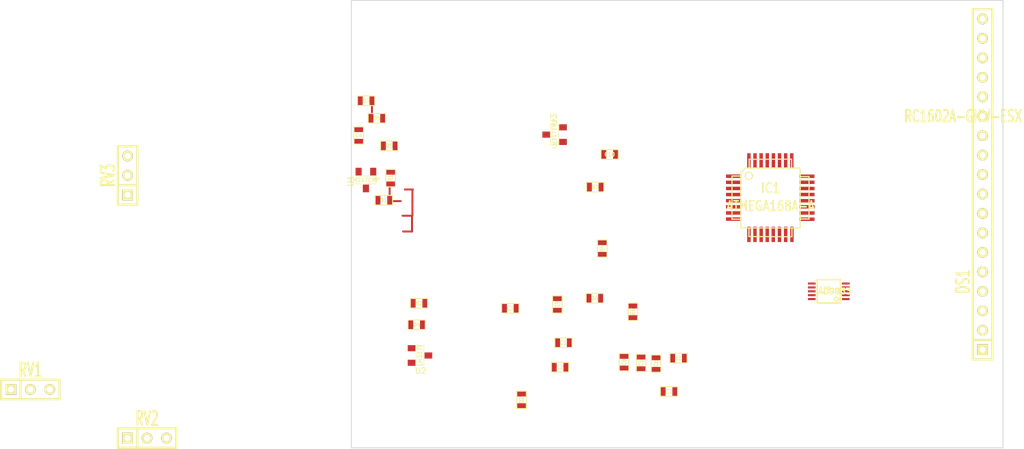
<source format=kicad_pcb>
(kicad_pcb (version 3) (host pcbnew "(2013-june-11)-stable")

  (general
    (links 78)
    (no_connects 76)
    (area 124.053599 72.123299 255.320001 131.216401)
    (thickness 1.6)
    (drawings 4)
    (tracks 16)
    (zones 0)
    (modules 32)
    (nets 22)
  )

  (page A3)
  (layers
    (15 F.Cu signal)
    (0 B.Cu signal)
    (16 B.Adhes user)
    (17 F.Adhes user)
    (18 B.Paste user)
    (19 F.Paste user)
    (20 B.SilkS user)
    (21 F.SilkS user)
    (22 B.Mask user)
    (23 F.Mask user)
    (24 Dwgs.User user)
    (25 Cmts.User user)
    (26 Eco1.User user)
    (27 Eco2.User user)
    (28 Edge.Cuts user)
  )

  (setup
    (last_trace_width 0.254)
    (trace_clearance 0.254)
    (zone_clearance 0.508)
    (zone_45_only no)
    (trace_min 0.254)
    (segment_width 0.2)
    (edge_width 0.1)
    (via_size 0.889)
    (via_drill 0.635)
    (via_min_size 0.889)
    (via_min_drill 0.508)
    (uvia_size 0.508)
    (uvia_drill 0.127)
    (uvias_allowed no)
    (uvia_min_size 0.508)
    (uvia_min_drill 0.127)
    (pcb_text_width 0.3)
    (pcb_text_size 1.5 1.5)
    (mod_edge_width 0.15)
    (mod_text_size 1 1)
    (mod_text_width 0.15)
    (pad_size 1.5 1.5)
    (pad_drill 0.6)
    (pad_to_mask_clearance 0)
    (aux_axis_origin 0 0)
    (visible_elements 7FFFFFFF)
    (pcbplotparams
      (layerselection 3178497)
      (usegerberextensions true)
      (excludeedgelayer true)
      (linewidth 0.150000)
      (plotframeref false)
      (viasonmask false)
      (mode 1)
      (useauxorigin false)
      (hpglpennumber 1)
      (hpglpenspeed 20)
      (hpglpendiameter 15)
      (hpglpenoverlay 2)
      (psnegative false)
      (psa4output false)
      (plotreference true)
      (plotvalue true)
      (plotothertext true)
      (plotinvisibletext false)
      (padsonsilk false)
      (subtractmaskfromsilk false)
      (outputformat 1)
      (mirror false)
      (drillshape 1)
      (scaleselection 1)
      (outputdirectory ""))
  )

  (net 0 "")
  (net 1 +12V)
  (net 2 +5VD)
  (net 3 -12V)
  (net 4 AGND)
  (net 5 FSYNC)
  (net 6 N-0000032)
  (net 7 N-0000033)
  (net 8 N-0000038)
  (net 9 N-0000039)
  (net 10 N-0000041)
  (net 11 N-0000043)
  (net 12 N-0000044)
  (net 13 N-000008)
  (net 14 PC0)
  (net 15 PC1)
  (net 16 PC2)
  (net 17 PC3)
  (net 18 PC4)
  (net 19 PC5)
  (net 20 SCLK)
  (net 21 SDATA)

  (net_class Default "This is the default net class."
    (clearance 0.254)
    (trace_width 0.254)
    (via_dia 0.889)
    (via_drill 0.635)
    (uvia_dia 0.508)
    (uvia_drill 0.127)
    (add_net "")
    (add_net +12V)
    (add_net +5VD)
    (add_net -12V)
    (add_net AGND)
    (add_net FSYNC)
    (add_net N-0000032)
    (add_net N-0000033)
    (add_net N-0000038)
    (add_net N-0000039)
    (add_net N-0000041)
    (add_net N-0000043)
    (add_net N-0000044)
    (add_net N-000008)
    (add_net PC0)
    (add_net PC1)
    (add_net PC2)
    (add_net PC3)
    (add_net PC4)
    (add_net PC5)
    (add_net SCLK)
    (add_net SDATA)
  )

  (module TQFP32 (layer F.Cu) (tedit 52D5C853) (tstamp 52D332D6)
    (at 224.917 98.171)
    (path /52D32EF8)
    (fp_text reference IC1 (at 0 -1.27) (layer F.SilkS)
      (effects (font (size 1.27 1.016) (thickness 0.2032)))
    )
    (fp_text value ATMEGA168A-A (at 0 1.0668) (layer F.SilkS)
      (effects (font (size 1.27 1.016) (thickness 0.2032)))
    )
    (fp_line (start 5.0292 2.7686) (end 3.8862 2.7686) (layer F.SilkS) (width 0.1524))
    (fp_line (start 5.0292 -2.7686) (end 3.9116 -2.7686) (layer F.SilkS) (width 0.1524))
    (fp_line (start 5.0292 2.7686) (end 5.0292 -2.7686) (layer F.SilkS) (width 0.1524))
    (fp_line (start 2.794 3.9624) (end 2.794 5.0546) (layer F.SilkS) (width 0.1524))
    (fp_line (start -2.8194 3.9878) (end -2.8194 5.0546) (layer F.SilkS) (width 0.1524))
    (fp_line (start -2.8448 5.0546) (end 2.794 5.08) (layer F.SilkS) (width 0.1524))
    (fp_line (start -2.794 -5.0292) (end 2.7178 -5.0546) (layer F.SilkS) (width 0.1524))
    (fp_line (start -3.8862 -3.2766) (end -3.8862 3.9116) (layer F.SilkS) (width 0.1524))
    (fp_line (start 2.7432 -5.0292) (end 2.7432 -3.9878) (layer F.SilkS) (width 0.1524))
    (fp_line (start -3.2512 -3.8862) (end 3.81 -3.8862) (layer F.SilkS) (width 0.1524))
    (fp_line (start 3.8608 3.937) (end 3.8608 -3.7846) (layer F.SilkS) (width 0.1524))
    (fp_line (start -3.8862 3.937) (end 3.7338 3.937) (layer F.SilkS) (width 0.1524))
    (fp_line (start -5.0292 -2.8448) (end -5.0292 2.794) (layer F.SilkS) (width 0.1524))
    (fp_line (start -5.0292 2.794) (end -3.8862 2.794) (layer F.SilkS) (width 0.1524))
    (fp_line (start -3.87604 -3.302) (end -3.29184 -3.8862) (layer F.SilkS) (width 0.1524))
    (fp_line (start -5.02412 -2.8448) (end -3.87604 -2.8448) (layer F.SilkS) (width 0.1524))
    (fp_line (start -2.794 -3.8862) (end -2.794 -5.03428) (layer F.SilkS) (width 0.1524))
    (fp_circle (center -2.83972 -2.86004) (end -2.43332 -2.60604) (layer F.SilkS) (width 0.1524))
    (pad 8 smd rect (at -4.81584 2.77622) (size 1.99898 0.44958)
      (layers F.Cu F.Paste F.Mask)
      (net 7 N-0000033)
    )
    (pad 7 smd rect (at -4.81584 1.97612) (size 1.99898 0.44958)
      (layers F.Cu F.Paste F.Mask)
      (net 6 N-0000032)
    )
    (pad 6 smd rect (at -4.81584 1.17602) (size 1.99898 0.44958)
      (layers F.Cu F.Paste F.Mask)
      (net 2 +5VD)
    )
    (pad 5 smd rect (at -4.81584 0.37592) (size 1.99898 0.44958)
      (layers F.Cu F.Paste F.Mask)
      (net 4 AGND)
    )
    (pad 4 smd rect (at -4.81584 -0.42418) (size 1.99898 0.44958)
      (layers F.Cu F.Paste F.Mask)
      (net 2 +5VD)
    )
    (pad 3 smd rect (at -4.81584 -1.22428) (size 1.99898 0.44958)
      (layers F.Cu F.Paste F.Mask)
      (net 4 AGND)
    )
    (pad 2 smd rect (at -4.81584 -2.02438) (size 1.99898 0.44958)
      (layers F.Cu F.Paste F.Mask)
    )
    (pad 1 smd rect (at -4.81584 -2.82448) (size 1.99898 0.44958)
      (layers F.Cu F.Paste F.Mask)
    )
    (pad 24 smd rect (at 4.7498 -2.8194) (size 1.99898 0.44958)
      (layers F.Cu F.Paste F.Mask)
      (net 15 PC1)
    )
    (pad 17 smd rect (at 4.7498 2.794) (size 1.99898 0.44958)
      (layers F.Cu F.Paste F.Mask)
      (net 20 SCLK)
    )
    (pad 18 smd rect (at 4.7498 1.9812) (size 1.99898 0.44958)
      (layers F.Cu F.Paste F.Mask)
      (net 2 +5VD)
    )
    (pad 19 smd rect (at 4.7498 1.1684) (size 1.99898 0.44958)
      (layers F.Cu F.Paste F.Mask)
    )
    (pad 20 smd rect (at 4.7498 0.381) (size 1.99898 0.44958)
      (layers F.Cu F.Paste F.Mask)
    )
    (pad 21 smd rect (at 4.7498 -0.4318) (size 1.99898 0.44958)
      (layers F.Cu F.Paste F.Mask)
      (net 4 AGND)
    )
    (pad 22 smd rect (at 4.7498 -1.2192) (size 1.99898 0.44958)
      (layers F.Cu F.Paste F.Mask)
    )
    (pad 23 smd rect (at 4.7498 -2.032) (size 1.99898 0.44958)
      (layers F.Cu F.Paste F.Mask)
      (net 14 PC0)
    )
    (pad 32 smd rect (at -2.82448 -4.826) (size 0.44958 1.99898)
      (layers F.Cu F.Paste F.Mask)
    )
    (pad 31 smd rect (at -2.02692 -4.826) (size 0.44958 1.99898)
      (layers F.Cu F.Paste F.Mask)
    )
    (pad 30 smd rect (at -1.22428 -4.826) (size 0.44958 1.99898)
      (layers F.Cu F.Paste F.Mask)
    )
    (pad 29 smd rect (at -0.42672 -4.826) (size 0.44958 1.99898)
      (layers F.Cu F.Paste F.Mask)
    )
    (pad 28 smd rect (at 0.37592 -4.826) (size 0.44958 1.99898)
      (layers F.Cu F.Paste F.Mask)
      (net 19 PC5)
    )
    (pad 27 smd rect (at 1.17348 -4.826) (size 0.44958 1.99898)
      (layers F.Cu F.Paste F.Mask)
      (net 18 PC4)
    )
    (pad 26 smd rect (at 1.97612 -4.826) (size 0.44958 1.99898)
      (layers F.Cu F.Paste F.Mask)
      (net 17 PC3)
    )
    (pad 25 smd rect (at 2.77368 -4.826) (size 0.44958 1.99898)
      (layers F.Cu F.Paste F.Mask)
      (net 16 PC2)
    )
    (pad 9 smd rect (at -2.8194 4.7752) (size 0.44958 1.99898)
      (layers F.Cu F.Paste F.Mask)
    )
    (pad 10 smd rect (at -2.032 4.7752) (size 0.44958 1.99898)
      (layers F.Cu F.Paste F.Mask)
    )
    (pad 11 smd rect (at -1.2192 4.7752) (size 0.44958 1.99898)
      (layers F.Cu F.Paste F.Mask)
    )
    (pad 12 smd rect (at -0.4318 4.7752) (size 0.44958 1.99898)
      (layers F.Cu F.Paste F.Mask)
    )
    (pad 13 smd rect (at 0.3556 4.7752) (size 0.44958 1.99898)
      (layers F.Cu F.Paste F.Mask)
    )
    (pad 14 smd rect (at 1.1684 4.7752) (size 0.44958 1.99898)
      (layers F.Cu F.Paste F.Mask)
    )
    (pad 15 smd rect (at 1.9812 4.7752) (size 0.44958 1.99898)
      (layers F.Cu F.Paste F.Mask)
      (net 5 FSYNC)
    )
    (pad 16 smd rect (at 2.794 4.7752) (size 0.44958 1.99898)
      (layers F.Cu F.Paste F.Mask)
      (net 21 SDATA)
    )
    (model smd/tqfp32.wrl
      (at (xyz 0 0 0))
      (scale (xyz 1 1 1))
      (rotate (xyz 0 0 0))
    )
  )

  (module SM0603 (layer F.Cu) (tedit 533B79DD) (tstamp 52D33346)
    (at 197.08876 112.09528 90)
    (path /52D30B1E)
    (attr smd)
    (fp_text reference C9 (at 0 0 90) (layer F.SilkS)
      (effects (font (size 0.508 0.4572) (thickness 0.1143)))
    )
    (fp_text value 0.01uF (at 0.01778 -1.21158 90) (layer F.SilkS) hide
      (effects (font (size 0.508 0.4572) (thickness 0.1143)))
    )
    (fp_line (start -1.143 -0.635) (end 1.143 -0.635) (layer F.SilkS) (width 0.127))
    (fp_line (start 1.143 -0.635) (end 1.143 0.635) (layer F.SilkS) (width 0.127))
    (fp_line (start 1.143 0.635) (end -1.143 0.635) (layer F.SilkS) (width 0.127))
    (fp_line (start -1.143 0.635) (end -1.143 -0.635) (layer F.SilkS) (width 0.127))
    (pad 1 smd rect (at -0.762 0 90) (size 0.635 1.143)
      (layers F.Cu F.Paste F.Mask)
      (net 4 AGND)
    )
    (pad 2 smd rect (at 0.762 0 90) (size 0.635 1.143)
      (layers F.Cu F.Paste F.Mask)
      (net 2 +5VD)
    )
    (model smd\resistors\R0603.wrl
      (at (xyz 0 0 0.001))
      (scale (xyz 0.5 0.5 0.5))
      (rotate (xyz 0 0 0))
    )
  )

  (module SM0603 (layer F.Cu) (tedit 4E43A3D1) (tstamp 52D33350)
    (at 172.1104 85.4964)
    (path /528704D9)
    (attr smd)
    (fp_text reference D3 (at 0 0) (layer F.SilkS)
      (effects (font (size 0.508 0.4572) (thickness 0.1143)))
    )
    (fp_text value DIODE (at 0 0) (layer F.SilkS) hide
      (effects (font (size 0.508 0.4572) (thickness 0.1143)))
    )
    (fp_line (start -1.143 -0.635) (end 1.143 -0.635) (layer F.SilkS) (width 0.127))
    (fp_line (start 1.143 -0.635) (end 1.143 0.635) (layer F.SilkS) (width 0.127))
    (fp_line (start 1.143 0.635) (end -1.143 0.635) (layer F.SilkS) (width 0.127))
    (fp_line (start -1.143 0.635) (end -1.143 -0.635) (layer F.SilkS) (width 0.127))
    (pad 1 smd rect (at -0.762 0) (size 0.635 1.143)
      (layers F.Cu F.Paste F.Mask)
      (net 12 N-0000044)
    )
    (pad 2 smd rect (at 0.762 0) (size 0.635 1.143)
      (layers F.Cu F.Paste F.Mask)
      (net 1 +12V)
    )
    (model smd\resistors\R0603.wrl
      (at (xyz 0 0 0.001))
      (scale (xyz 0.5 0.5 0.5))
      (rotate (xyz 0 0 0))
    )
  )

  (module SM0603 (layer F.Cu) (tedit 4E43A3D1) (tstamp 52D3335A)
    (at 201.9681 111.27994)
    (path /528704E8)
    (attr smd)
    (fp_text reference D6 (at 0 0) (layer F.SilkS)
      (effects (font (size 0.508 0.4572) (thickness 0.1143)))
    )
    (fp_text value DIODE (at 0 0) (layer F.SilkS) hide
      (effects (font (size 0.508 0.4572) (thickness 0.1143)))
    )
    (fp_line (start -1.143 -0.635) (end 1.143 -0.635) (layer F.SilkS) (width 0.127))
    (fp_line (start 1.143 -0.635) (end 1.143 0.635) (layer F.SilkS) (width 0.127))
    (fp_line (start 1.143 0.635) (end -1.143 0.635) (layer F.SilkS) (width 0.127))
    (fp_line (start -1.143 0.635) (end -1.143 -0.635) (layer F.SilkS) (width 0.127))
    (pad 1 smd rect (at -0.762 0) (size 0.635 1.143)
      (layers F.Cu F.Paste F.Mask)
      (net 11 N-0000043)
    )
    (pad 2 smd rect (at 0.762 0) (size 0.635 1.143)
      (layers F.Cu F.Paste F.Mask)
      (net 2 +5VD)
    )
    (model smd\resistors\R0603.wrl
      (at (xyz 0 0 0.001))
      (scale (xyz 0.5 0.5 0.5))
      (rotate (xyz 0 0 0))
    )
  )

  (module SM0603 (layer F.Cu) (tedit 52D5CAB7) (tstamp 52D33364)
    (at 173.5074 87.7824 180)
    (path /52870908)
    (attr smd)
    (fp_text reference D5 (at 0 0 180) (layer F.SilkS)
      (effects (font (size 0.508 0.4572) (thickness 0.1143)))
    )
    (fp_text value DIODE (at -0.1524 -0.0254 180) (layer F.SilkS) hide
      (effects (font (size 0.508 0.4572) (thickness 0.1143)))
    )
    (fp_line (start -1.143 -0.635) (end 1.143 -0.635) (layer F.SilkS) (width 0.127))
    (fp_line (start 1.143 -0.635) (end 1.143 0.635) (layer F.SilkS) (width 0.127))
    (fp_line (start 1.143 0.635) (end -1.143 0.635) (layer F.SilkS) (width 0.127))
    (fp_line (start -1.143 0.635) (end -1.143 -0.635) (layer F.SilkS) (width 0.127))
    (pad 1 smd rect (at -0.762 0 180) (size 0.635 1.143)
      (layers F.Cu F.Paste F.Mask)
      (net 2 +5VD)
    )
    (pad 2 smd rect (at 0.762 0 180) (size 0.635 1.143)
      (layers F.Cu F.Paste F.Mask)
      (net 1 +12V)
    )
    (model smd\resistors\R0603.wrl
      (at (xyz 0 0 0.001))
      (scale (xyz 0.5 0.5 0.5))
      (rotate (xyz 0 0 0))
    )
  )

  (module SM0603 (layer F.Cu) (tedit 52D48239) (tstamp 52D3336E)
    (at 192.405 124.55144 90)
    (path /5287090E)
    (attr smd)
    (fp_text reference D2 (at 0 0 90) (layer F.SilkS)
      (effects (font (size 0.508 0.4572) (thickness 0.1143)))
    )
    (fp_text value DIODE (at 0 0 90) (layer F.SilkS) hide
      (effects (font (size 0.508 0.4572) (thickness 0.1143)))
    )
    (fp_line (start -1.143 -0.635) (end 1.143 -0.635) (layer F.SilkS) (width 0.127))
    (fp_line (start 1.143 -0.635) (end 1.143 0.635) (layer F.SilkS) (width 0.127))
    (fp_line (start 1.143 0.635) (end -1.143 0.635) (layer F.SilkS) (width 0.127))
    (fp_line (start -1.143 0.635) (end -1.143 -0.635) (layer F.SilkS) (width 0.127))
    (pad 1 smd rect (at -0.762 0 90) (size 0.635 1.143)
      (layers F.Cu F.Paste F.Mask)
    )
    (pad 2 smd rect (at 0.762 0 90) (size 0.635 1.143)
      (layers F.Cu F.Paste F.Mask)
    )
    (model smd\resistors\R0603.wrl
      (at (xyz 0 0 0.001))
      (scale (xyz 0.5 0.5 0.5))
      (rotate (xyz 0 0 0))
    )
  )

  (module SM0603 (layer F.Cu) (tedit 52D3655E) (tstamp 52D33378)
    (at 179.01666 111.94288)
    (path /52870914)
    (attr smd)
    (fp_text reference R2 (at 0 0) (layer F.SilkS)
      (effects (font (size 0.508 0.4572) (thickness 0.1143)))
    )
    (fp_text value R (at 0 0) (layer F.SilkS) hide
      (effects (font (size 0.508 0.4572) (thickness 0.1143)))
    )
    (fp_line (start -1.143 -0.635) (end 1.143 -0.635) (layer F.SilkS) (width 0.127))
    (fp_line (start 1.143 -0.635) (end 1.143 0.635) (layer F.SilkS) (width 0.127))
    (fp_line (start 1.143 0.635) (end -1.143 0.635) (layer F.SilkS) (width 0.127))
    (fp_line (start -1.143 0.635) (end -1.143 -0.635) (layer F.SilkS) (width 0.127))
    (pad 1 smd rect (at -0.762 0) (size 0.635 1.143)
      (layers F.Cu F.Paste F.Mask)
      (net 10 N-0000041)
    )
    (pad 2 smd rect (at 0.762 0) (size 0.635 1.143)
      (layers F.Cu F.Paste F.Mask)
      (net 3 -12V)
    )
    (model smd\resistors\R0603.wrl
      (at (xyz 0 0 0.001))
      (scale (xyz 0.5 0.5 0.5))
      (rotate (xyz 0 0 0))
    )
  )

  (module SM0603 (layer F.Cu) (tedit 52D5CCA4) (tstamp 52D33382)
    (at 203.9112 92.5068 180)
    (path /52D308F7)
    (attr smd)
    (fp_text reference C10 (at 0 0 180) (layer F.SilkS)
      (effects (font (size 0.508 0.4572) (thickness 0.1143)))
    )
    (fp_text value 0.01uF (at 0.1778 0 180) (layer F.SilkS) hide
      (effects (font (size 0.508 0.4572) (thickness 0.1143)))
    )
    (fp_line (start -1.143 -0.635) (end 1.143 -0.635) (layer F.SilkS) (width 0.127))
    (fp_line (start 1.143 -0.635) (end 1.143 0.635) (layer F.SilkS) (width 0.127))
    (fp_line (start 1.143 0.635) (end -1.143 0.635) (layer F.SilkS) (width 0.127))
    (fp_line (start -1.143 0.635) (end -1.143 -0.635) (layer F.SilkS) (width 0.127))
    (pad 1 smd rect (at -0.762 0 180) (size 0.635 1.143)
      (layers F.Cu F.Paste F.Mask)
      (net 13 N-000008)
    )
    (pad 2 smd rect (at 0.762 0 180) (size 0.635 1.143)
      (layers F.Cu F.Paste F.Mask)
      (net 2 +5VD)
    )
    (model smd\resistors\R0603.wrl
      (at (xyz 0 0 0.001))
      (scale (xyz 0.5 0.5 0.5))
      (rotate (xyz 0 0 0))
    )
  )

  (module SM0603 (layer F.Cu) (tedit 4E43A3D1) (tstamp 52D3338C)
    (at 202.0316 96.76384 180)
    (path /528702DF)
    (attr smd)
    (fp_text reference R3 (at 0 0 180) (layer F.SilkS)
      (effects (font (size 0.508 0.4572) (thickness 0.1143)))
    )
    (fp_text value R (at 0 0 180) (layer F.SilkS) hide
      (effects (font (size 0.508 0.4572) (thickness 0.1143)))
    )
    (fp_line (start -1.143 -0.635) (end 1.143 -0.635) (layer F.SilkS) (width 0.127))
    (fp_line (start 1.143 -0.635) (end 1.143 0.635) (layer F.SilkS) (width 0.127))
    (fp_line (start 1.143 0.635) (end -1.143 0.635) (layer F.SilkS) (width 0.127))
    (fp_line (start -1.143 0.635) (end -1.143 -0.635) (layer F.SilkS) (width 0.127))
    (pad 1 smd rect (at -0.762 0 180) (size 0.635 1.143)
      (layers F.Cu F.Paste F.Mask)
      (net 2 +5VD)
    )
    (pad 2 smd rect (at 0.762 0 180) (size 0.635 1.143)
      (layers F.Cu F.Paste F.Mask)
      (net 11 N-0000043)
    )
    (model smd\resistors\R0603.wrl
      (at (xyz 0 0 0.001))
      (scale (xyz 0.5 0.5 0.5))
      (rotate (xyz 0 0 0))
    )
  )

  (module SM0603 (layer F.Cu) (tedit 52D481F9) (tstamp 52D33396)
    (at 205.7908 119.63654 90)
    (path /52D30BA8)
    (attr smd)
    (fp_text reference C8 (at 0 0 90) (layer F.SilkS)
      (effects (font (size 0.508 0.4572) (thickness 0.1143)))
    )
    (fp_text value 0.01uF (at 0 0 90) (layer F.SilkS) hide
      (effects (font (size 0.508 0.4572) (thickness 0.1143)))
    )
    (fp_line (start -1.143 -0.635) (end 1.143 -0.635) (layer F.SilkS) (width 0.127))
    (fp_line (start 1.143 -0.635) (end 1.143 0.635) (layer F.SilkS) (width 0.127))
    (fp_line (start 1.143 0.635) (end -1.143 0.635) (layer F.SilkS) (width 0.127))
    (fp_line (start -1.143 0.635) (end -1.143 -0.635) (layer F.SilkS) (width 0.127))
    (pad 1 smd rect (at -0.762 0 90) (size 0.635 1.143)
      (layers F.Cu F.Paste F.Mask)
      (net 4 AGND)
    )
    (pad 2 smd rect (at 0.762 0 90) (size 0.635 1.143)
      (layers F.Cu F.Paste F.Mask)
      (net 2 +5VD)
    )
    (model smd\resistors\R0603.wrl
      (at (xyz 0 0 0.001))
      (scale (xyz 0.5 0.5 0.5))
      (rotate (xyz 0 0 0))
    )
  )

  (module SM0603 (layer F.Cu) (tedit 4E43A3D1) (tstamp 52D333A0)
    (at 206.9465 113.05794 270)
    (path /52D335F5)
    (attr smd)
    (fp_text reference R6 (at 0 0 270) (layer F.SilkS)
      (effects (font (size 0.508 0.4572) (thickness 0.1143)))
    )
    (fp_text value R (at 0 0 270) (layer F.SilkS) hide
      (effects (font (size 0.508 0.4572) (thickness 0.1143)))
    )
    (fp_line (start -1.143 -0.635) (end 1.143 -0.635) (layer F.SilkS) (width 0.127))
    (fp_line (start 1.143 -0.635) (end 1.143 0.635) (layer F.SilkS) (width 0.127))
    (fp_line (start 1.143 0.635) (end -1.143 0.635) (layer F.SilkS) (width 0.127))
    (fp_line (start -1.143 0.635) (end -1.143 -0.635) (layer F.SilkS) (width 0.127))
    (pad 1 smd rect (at -0.762 0 270) (size 0.635 1.143)
      (layers F.Cu F.Paste F.Mask)
      (net 2 +5VD)
    )
    (pad 2 smd rect (at 0.762 0 270) (size 0.635 1.143)
      (layers F.Cu F.Paste F.Mask)
      (net 5 FSYNC)
    )
    (model smd\resistors\R0603.wrl
      (at (xyz 0 0 0.001))
      (scale (xyz 0.5 0.5 0.5))
      (rotate (xyz 0 0 0))
    )
  )

  (module SM0603 (layer F.Cu) (tedit 4E43A3D1) (tstamp 52D333AA)
    (at 175.133 91.3892)
    (path /52D335FB)
    (attr smd)
    (fp_text reference R5 (at 0 0) (layer F.SilkS)
      (effects (font (size 0.508 0.4572) (thickness 0.1143)))
    )
    (fp_text value R (at 0 0) (layer F.SilkS) hide
      (effects (font (size 0.508 0.4572) (thickness 0.1143)))
    )
    (fp_line (start -1.143 -0.635) (end 1.143 -0.635) (layer F.SilkS) (width 0.127))
    (fp_line (start 1.143 -0.635) (end 1.143 0.635) (layer F.SilkS) (width 0.127))
    (fp_line (start 1.143 0.635) (end -1.143 0.635) (layer F.SilkS) (width 0.127))
    (fp_line (start -1.143 0.635) (end -1.143 -0.635) (layer F.SilkS) (width 0.127))
    (pad 1 smd rect (at -0.762 0) (size 0.635 1.143)
      (layers F.Cu F.Paste F.Mask)
      (net 2 +5VD)
    )
    (pad 2 smd rect (at 0.762 0) (size 0.635 1.143)
      (layers F.Cu F.Paste F.Mask)
      (net 21 SDATA)
    )
    (model smd\resistors\R0603.wrl
      (at (xyz 0 0 0.001))
      (scale (xyz 0.5 0.5 0.5))
      (rotate (xyz 0 0 0))
    )
  )

  (module SM0603 (layer F.Cu) (tedit 52D33637) (tstamp 52D333B4)
    (at 202.946 104.79024 90)
    (path /52D33601)
    (attr smd)
    (fp_text reference R4 (at 0 0 90) (layer F.SilkS)
      (effects (font (size 0.508 0.4572) (thickness 0.1143)))
    )
    (fp_text value R (at 0 0 90) (layer F.SilkS) hide
      (effects (font (size 0.508 0.4572) (thickness 0.1143)))
    )
    (fp_line (start -1.143 -0.635) (end 1.143 -0.635) (layer F.SilkS) (width 0.127))
    (fp_line (start 1.143 -0.635) (end 1.143 0.635) (layer F.SilkS) (width 0.127))
    (fp_line (start 1.143 0.635) (end -1.143 0.635) (layer F.SilkS) (width 0.127))
    (fp_line (start -1.143 0.635) (end -1.143 -0.635) (layer F.SilkS) (width 0.127))
    (pad 1 smd rect (at -0.762 0 90) (size 0.635 1.143)
      (layers F.Cu F.Paste F.Mask)
      (net 2 +5VD)
    )
    (pad 2 smd rect (at 0.762 0 90) (size 0.635 1.143)
      (layers F.Cu F.Paste F.Mask)
      (net 20 SCLK)
    )
    (model smd\resistors\R0603.wrl
      (at (xyz 0 0 0.001))
      (scale (xyz 0.5 0.5 0.5))
      (rotate (xyz 0 0 0))
    )
  )

  (module SM0603 (layer F.Cu) (tedit 52D36230) (tstamp 52D333BE)
    (at 178.70424 114.74704 180)
    (path /528704C5)
    (attr smd)
    (fp_text reference D4 (at 0 0 180) (layer F.SilkS)
      (effects (font (size 0.508 0.4572) (thickness 0.1143)))
    )
    (fp_text value DIODE (at 0 0 180) (layer F.SilkS) hide
      (effects (font (size 0.508 0.4572) (thickness 0.1143)))
    )
    (fp_line (start -1.143 -0.635) (end 1.143 -0.635) (layer F.SilkS) (width 0.127))
    (fp_line (start 1.143 -0.635) (end 1.143 0.635) (layer F.SilkS) (width 0.127))
    (fp_line (start 1.143 0.635) (end -1.143 0.635) (layer F.SilkS) (width 0.127))
    (fp_line (start -1.143 0.635) (end -1.143 -0.635) (layer F.SilkS) (width 0.127))
    (pad 1 smd rect (at -0.762 0 180) (size 0.635 1.143)
      (layers F.Cu F.Paste F.Mask)
      (net 3 -12V)
    )
    (pad 2 smd rect (at 0.762 0 180) (size 0.635 1.143)
      (layers F.Cu F.Paste F.Mask)
      (net 10 N-0000041)
    )
    (model smd\resistors\R0603.wrl
      (at (xyz 0 0 0.001))
      (scale (xyz 0.5 0.5 0.5))
      (rotate (xyz 0 0 0))
    )
  )

  (module SM0603 (layer F.Cu) (tedit 52D5C9A5) (tstamp 52D333C8)
    (at 174.4218 98.4885 180)
    (path /528704B6)
    (attr smd)
    (fp_text reference D1 (at 0 0 180) (layer F.SilkS)
      (effects (font (size 0.508 0.4572) (thickness 0.1143)))
    )
    (fp_text value DIODE (at -0.0762 -0.0762 180) (layer F.SilkS) hide
      (effects (font (size 0.508 0.4572) (thickness 0.1143)))
    )
    (fp_line (start -1.143 -0.635) (end 1.143 -0.635) (layer F.SilkS) (width 0.127))
    (fp_line (start 1.143 -0.635) (end 1.143 0.635) (layer F.SilkS) (width 0.127))
    (fp_line (start 1.143 0.635) (end -1.143 0.635) (layer F.SilkS) (width 0.127))
    (fp_line (start -1.143 0.635) (end -1.143 -0.635) (layer F.SilkS) (width 0.127))
    (pad 1 smd rect (at -0.762 0 180) (size 0.635 1.143)
      (layers F.Cu F.Paste F.Mask)
      (net 1 +12V)
    )
    (pad 2 smd rect (at 0.762 0 180) (size 0.635 1.143)
      (layers F.Cu F.Paste F.Mask)
      (net 9 N-0000039)
    )
    (model smd\resistors\R0603.wrl
      (at (xyz 0 0 0.001))
      (scale (xyz 0.5 0.5 0.5))
      (rotate (xyz 0 0 0))
    )
  )

  (module SM0603 (layer F.Cu) (tedit 52D33628) (tstamp 52D333D2)
    (at 175.3108 95.5929 90)
    (path /52870284)
    (attr smd)
    (fp_text reference R1 (at 0 0 90) (layer F.SilkS)
      (effects (font (size 0.508 0.4572) (thickness 0.1143)))
    )
    (fp_text value R (at 0 0 90) (layer F.SilkS) hide
      (effects (font (size 0.508 0.4572) (thickness 0.1143)))
    )
    (fp_line (start -1.143 -0.635) (end 1.143 -0.635) (layer F.SilkS) (width 0.127))
    (fp_line (start 1.143 -0.635) (end 1.143 0.635) (layer F.SilkS) (width 0.127))
    (fp_line (start 1.143 0.635) (end -1.143 0.635) (layer F.SilkS) (width 0.127))
    (fp_line (start -1.143 0.635) (end -1.143 -0.635) (layer F.SilkS) (width 0.127))
    (pad 1 smd rect (at -0.762 0 90) (size 0.635 1.143)
      (layers F.Cu F.Paste F.Mask)
      (net 1 +12V)
    )
    (pad 2 smd rect (at 0.762 0 90) (size 0.635 1.143)
      (layers F.Cu F.Paste F.Mask)
      (net 12 N-0000044)
    )
    (model smd\resistors\R0603.wrl
      (at (xyz 0 0 0.001))
      (scale (xyz 0.5 0.5 0.5))
      (rotate (xyz 0 0 0))
    )
  )

  (module SM0603 (layer F.Cu) (tedit 4E43A3D1) (tstamp 52D333DC)
    (at 208.0133 119.72544 270)
    (path /52868823)
    (attr smd)
    (fp_text reference C5 (at 0 0 270) (layer F.SilkS)
      (effects (font (size 0.508 0.4572) (thickness 0.1143)))
    )
    (fp_text value CP1 (at 0 0 270) (layer F.SilkS) hide
      (effects (font (size 0.508 0.4572) (thickness 0.1143)))
    )
    (fp_line (start -1.143 -0.635) (end 1.143 -0.635) (layer F.SilkS) (width 0.127))
    (fp_line (start 1.143 -0.635) (end 1.143 0.635) (layer F.SilkS) (width 0.127))
    (fp_line (start 1.143 0.635) (end -1.143 0.635) (layer F.SilkS) (width 0.127))
    (fp_line (start -1.143 0.635) (end -1.143 -0.635) (layer F.SilkS) (width 0.127))
    (pad 1 smd rect (at -0.762 0 270) (size 0.635 1.143)
      (layers F.Cu F.Paste F.Mask)
      (net 2 +5VD)
    )
    (pad 2 smd rect (at 0.762 0 270) (size 0.635 1.143)
      (layers F.Cu F.Paste F.Mask)
      (net 4 AGND)
    )
    (model smd\resistors\R0603.wrl
      (at (xyz 0 0 0.001))
      (scale (xyz 0.5 0.5 0.5))
      (rotate (xyz 0 0 0))
    )
  )

  (module SM0603 (layer F.Cu) (tedit 4E43A3D1) (tstamp 52D333E6)
    (at 190.94196 112.5982 180)
    (path /52868814)
    (attr smd)
    (fp_text reference C3 (at 0 0 180) (layer F.SilkS)
      (effects (font (size 0.508 0.4572) (thickness 0.1143)))
    )
    (fp_text value CP1 (at 0 0 180) (layer F.SilkS) hide
      (effects (font (size 0.508 0.4572) (thickness 0.1143)))
    )
    (fp_line (start -1.143 -0.635) (end 1.143 -0.635) (layer F.SilkS) (width 0.127))
    (fp_line (start 1.143 -0.635) (end 1.143 0.635) (layer F.SilkS) (width 0.127))
    (fp_line (start 1.143 0.635) (end -1.143 0.635) (layer F.SilkS) (width 0.127))
    (fp_line (start -1.143 0.635) (end -1.143 -0.635) (layer F.SilkS) (width 0.127))
    (pad 1 smd rect (at -0.762 0 180) (size 0.635 1.143)
      (layers F.Cu F.Paste F.Mask)
      (net 1 +12V)
    )
    (pad 2 smd rect (at 0.762 0 180) (size 0.635 1.143)
      (layers F.Cu F.Paste F.Mask)
      (net 4 AGND)
    )
    (model smd\resistors\R0603.wrl
      (at (xyz 0 0 0.001))
      (scale (xyz 0.5 0.5 0.5))
      (rotate (xyz 0 0 0))
    )
  )

  (module SM0603 (layer F.Cu) (tedit 52D5C89E) (tstamp 52D333F0)
    (at 171.1452 90.0303 270)
    (path /528687FA)
    (attr smd)
    (fp_text reference C4 (at 0 0 360) (layer F.SilkS)
      (effects (font (size 0.508 0.4572) (thickness 0.1143)))
    )
    (fp_text value CP1 (at 0 0 360) (layer F.SilkS) hide
      (effects (font (size 0.508 0.4572) (thickness 0.1143)))
    )
    (fp_line (start -1.143 -0.635) (end 1.143 -0.635) (layer F.SilkS) (width 0.127))
    (fp_line (start 1.143 -0.635) (end 1.143 0.635) (layer F.SilkS) (width 0.127))
    (fp_line (start 1.143 0.635) (end -1.143 0.635) (layer F.SilkS) (width 0.127))
    (fp_line (start -1.143 0.635) (end -1.143 -0.635) (layer F.SilkS) (width 0.127))
    (pad 1 smd rect (at -0.762 0 270) (size 0.635 1.143)
      (layers F.Cu F.Paste F.Mask)
      (net 4 AGND)
    )
    (pad 2 smd rect (at 0.762 0 270) (size 0.635 1.143)
      (layers F.Cu F.Paste F.Mask)
      (net 3 -12V)
    )
    (model smd\resistors\R0603.wrl
      (at (xyz 0 0 0.001))
      (scale (xyz 0.5 0.5 0.5))
      (rotate (xyz 0 0 0))
    )
  )

  (module SM0603 (layer F.Cu) (tedit 52D36269) (tstamp 52D333FA)
    (at 197.43674 120.29186 180)
    (path /528687EB)
    (attr smd)
    (fp_text reference C2 (at 0 0 180) (layer F.SilkS)
      (effects (font (size 0.508 0.4572) (thickness 0.1143)))
    )
    (fp_text value CP1 (at 0 0 180) (layer F.SilkS) hide
      (effects (font (size 0.508 0.4572) (thickness 0.1143)))
    )
    (fp_line (start -1.143 -0.635) (end 1.143 -0.635) (layer F.SilkS) (width 0.127))
    (fp_line (start 1.143 -0.635) (end 1.143 0.635) (layer F.SilkS) (width 0.127))
    (fp_line (start 1.143 0.635) (end -1.143 0.635) (layer F.SilkS) (width 0.127))
    (fp_line (start -1.143 0.635) (end -1.143 -0.635) (layer F.SilkS) (width 0.127))
    (pad 1 smd rect (at -0.762 0 180) (size 0.635 1.143)
      (layers F.Cu F.Paste F.Mask)
      (net 4 AGND)
    )
    (pad 2 smd rect (at 0.762 0 180) (size 0.635 1.143)
      (layers F.Cu F.Paste F.Mask)
      (net 8 N-0000038)
    )
    (model smd\resistors\R0603.wrl
      (at (xyz 0 0 0.001))
      (scale (xyz 0.5 0.5 0.5))
      (rotate (xyz 0 0 0))
    )
  )

  (module SM0603 (layer F.Cu) (tedit 4E43A3D1) (tstamp 52D33404)
    (at 197.88124 117.09146)
    (path /528687DA)
    (attr smd)
    (fp_text reference C1 (at 0 0) (layer F.SilkS)
      (effects (font (size 0.508 0.4572) (thickness 0.1143)))
    )
    (fp_text value CP1 (at 0 0) (layer F.SilkS) hide
      (effects (font (size 0.508 0.4572) (thickness 0.1143)))
    )
    (fp_line (start -1.143 -0.635) (end 1.143 -0.635) (layer F.SilkS) (width 0.127))
    (fp_line (start 1.143 -0.635) (end 1.143 0.635) (layer F.SilkS) (width 0.127))
    (fp_line (start 1.143 0.635) (end -1.143 0.635) (layer F.SilkS) (width 0.127))
    (fp_line (start -1.143 0.635) (end -1.143 -0.635) (layer F.SilkS) (width 0.127))
    (pad 1 smd rect (at -0.762 0) (size 0.635 1.143)
      (layers F.Cu F.Paste F.Mask)
      (net 9 N-0000039)
    )
    (pad 2 smd rect (at 0.762 0) (size 0.635 1.143)
      (layers F.Cu F.Paste F.Mask)
      (net 4 AGND)
    )
    (model smd\resistors\R0603.wrl
      (at (xyz 0 0 0.001))
      (scale (xyz 0.5 0.5 0.5))
      (rotate (xyz 0 0 0))
    )
  )

  (module SM0603 (layer F.Cu) (tedit 4E43A3D1) (tstamp 52D3340E)
    (at 209.9691 119.81434 270)
    (path /5286879D)
    (attr smd)
    (fp_text reference C6 (at 0 0 270) (layer F.SilkS)
      (effects (font (size 0.508 0.4572) (thickness 0.1143)))
    )
    (fp_text value 18pF (at 0 0 270) (layer F.SilkS) hide
      (effects (font (size 0.508 0.4572) (thickness 0.1143)))
    )
    (fp_line (start -1.143 -0.635) (end 1.143 -0.635) (layer F.SilkS) (width 0.127))
    (fp_line (start 1.143 -0.635) (end 1.143 0.635) (layer F.SilkS) (width 0.127))
    (fp_line (start 1.143 0.635) (end -1.143 0.635) (layer F.SilkS) (width 0.127))
    (fp_line (start -1.143 0.635) (end -1.143 -0.635) (layer F.SilkS) (width 0.127))
    (pad 1 smd rect (at -0.762 0 270) (size 0.635 1.143)
      (layers F.Cu F.Paste F.Mask)
      (net 6 N-0000032)
    )
    (pad 2 smd rect (at 0.762 0 270) (size 0.635 1.143)
      (layers F.Cu F.Paste F.Mask)
      (net 4 AGND)
    )
    (model smd\resistors\R0603.wrl
      (at (xyz 0 0 0.001))
      (scale (xyz 0.5 0.5 0.5))
      (rotate (xyz 0 0 0))
    )
  )

  (module SM0603 (layer F.Cu) (tedit 4E43A3D1) (tstamp 52D33418)
    (at 211.6582 123.45924 180)
    (path /5286877C)
    (attr smd)
    (fp_text reference C7 (at 0 0 180) (layer F.SilkS)
      (effects (font (size 0.508 0.4572) (thickness 0.1143)))
    )
    (fp_text value 18pF (at 0 0 180) (layer F.SilkS) hide
      (effects (font (size 0.508 0.4572) (thickness 0.1143)))
    )
    (fp_line (start -1.143 -0.635) (end 1.143 -0.635) (layer F.SilkS) (width 0.127))
    (fp_line (start 1.143 -0.635) (end 1.143 0.635) (layer F.SilkS) (width 0.127))
    (fp_line (start 1.143 0.635) (end -1.143 0.635) (layer F.SilkS) (width 0.127))
    (fp_line (start -1.143 0.635) (end -1.143 -0.635) (layer F.SilkS) (width 0.127))
    (pad 1 smd rect (at -0.762 0 180) (size 0.635 1.143)
      (layers F.Cu F.Paste F.Mask)
      (net 7 N-0000033)
    )
    (pad 2 smd rect (at 0.762 0 180) (size 0.635 1.143)
      (layers F.Cu F.Paste F.Mask)
      (net 4 AGND)
    )
    (model smd\resistors\R0603.wrl
      (at (xyz 0 0 0.001))
      (scale (xyz 0.5 0.5 0.5))
      (rotate (xyz 0 0 0))
    )
  )

  (module SM0603 (layer F.Cu) (tedit 52D48932) (tstamp 52D33422)
    (at 212.9028 119.10314 180)
    (path /52868757)
    (attr smd)
    (fp_text reference X1 (at 0 0 180) (layer F.SilkS)
      (effects (font (size 0.508 0.4572) (thickness 0.1143)))
    )
    (fp_text value 20Mhz (at 0 0 180) (layer F.SilkS) hide
      (effects (font (size 0.508 0.4572) (thickness 0.1143)))
    )
    (fp_line (start -1.143 -0.635) (end 1.143 -0.635) (layer F.SilkS) (width 0.127))
    (fp_line (start 1.143 -0.635) (end 1.143 0.635) (layer F.SilkS) (width 0.127))
    (fp_line (start 1.143 0.635) (end -1.143 0.635) (layer F.SilkS) (width 0.127))
    (fp_line (start -1.143 0.635) (end -1.143 -0.635) (layer F.SilkS) (width 0.127))
    (pad 1 smd rect (at -0.762 0 180) (size 0.635 1.143)
      (layers F.Cu F.Paste F.Mask)
      (net 7 N-0000033)
    )
    (pad 2 smd rect (at 0.762 0 180) (size 0.635 1.143)
      (layers F.Cu F.Paste F.Mask)
      (net 6 N-0000032)
    )
    (model smd\resistors\R0603.wrl
      (at (xyz 0 0 0.001))
      (scale (xyz 0.5 0.5 0.5))
      (rotate (xyz 0 0 0))
    )
  )

  (module SIL-18 (layer F.Cu) (tedit 52D5C7C3) (tstamp 52D3343D)
    (at 252.603 96.4057 90)
    (descr "Connecteur 18 pins")
    (tags "CONN DEV")
    (path /52868650)
    (fp_text reference DS1 (at -12.7 -2.54 90) (layer F.SilkS)
      (effects (font (size 1.72974 1.08712) (thickness 0.3048)))
    )
    (fp_text value RC1602A-GHW-ESX (at 8.89 -2.54 180) (layer F.SilkS)
      (effects (font (size 1.524 1.016) (thickness 0.3048)))
    )
    (fp_line (start -22.86 -1.27) (end 22.86 -1.27) (layer F.SilkS) (width 0.3048))
    (fp_line (start 22.86 -1.27) (end 22.86 1.27) (layer F.SilkS) (width 0.3048))
    (fp_line (start 22.86 1.27) (end -22.86 1.27) (layer F.SilkS) (width 0.3048))
    (fp_line (start -22.86 1.27) (end -22.86 -1.27) (layer F.SilkS) (width 0.3048))
    (fp_line (start -20.32 -1.27) (end -20.32 1.27) (layer F.SilkS) (width 0.3048))
    (pad 1 thru_hole rect (at -21.59 0 90) (size 1.397 1.397) (drill 0.8128)
      (layers *.Cu *.Mask F.SilkS)
      (net 4 AGND)
    )
    (pad 2 thru_hole circle (at -19.05 0 90) (size 1.397 1.397) (drill 0.8128)
      (layers *.Cu *.Mask F.SilkS)
      (net 2 +5VD)
    )
    (pad 3 thru_hole circle (at -16.51 0 90) (size 1.397 1.397) (drill 0.8128)
      (layers *.Cu *.Mask F.SilkS)
      (net 2 +5VD)
    )
    (pad 4 thru_hole circle (at -13.97 0 90) (size 1.397 1.397) (drill 0.8128)
      (layers *.Cu *.Mask F.SilkS)
      (net 18 PC4)
    )
    (pad 5 thru_hole circle (at -11.43 0 90) (size 1.397 1.397) (drill 0.8128)
      (layers *.Cu *.Mask F.SilkS)
      (net 4 AGND)
    )
    (pad 6 thru_hole circle (at -8.89 0 90) (size 1.397 1.397) (drill 0.8128)
      (layers *.Cu *.Mask F.SilkS)
      (net 19 PC5)
    )
    (pad 7 thru_hole circle (at -6.35 0 90) (size 1.397 1.397) (drill 0.8128)
      (layers *.Cu *.Mask F.SilkS)
    )
    (pad 8 thru_hole circle (at -3.81 0 90) (size 1.397 1.397) (drill 0.8128)
      (layers *.Cu *.Mask F.SilkS)
    )
    (pad 9 thru_hole circle (at -1.27 0 90) (size 1.397 1.397) (drill 0.8128)
      (layers *.Cu *.Mask F.SilkS)
    )
    (pad 10 thru_hole circle (at 1.27 0 90) (size 1.397 1.397) (drill 0.8128)
      (layers *.Cu *.Mask F.SilkS)
    )
    (pad 11 thru_hole circle (at 3.81 0 90) (size 1.397 1.397) (drill 0.8128)
      (layers *.Cu *.Mask F.SilkS)
      (net 14 PC0)
    )
    (pad 12 thru_hole circle (at 6.35 0 90) (size 1.397 1.397) (drill 0.8128)
      (layers *.Cu *.Mask F.SilkS)
      (net 15 PC1)
    )
    (pad 13 thru_hole circle (at 8.89 0 90) (size 1.397 1.397) (drill 0.8128)
      (layers *.Cu *.Mask F.SilkS)
      (net 16 PC2)
    )
    (pad 14 thru_hole circle (at 11.43 0 90) (size 1.397 1.397) (drill 0.8128)
      (layers *.Cu *.Mask F.SilkS)
      (net 17 PC3)
    )
    (pad 15 thru_hole circle (at 13.97 0 90) (size 1.397 1.397) (drill 0.8128)
      (layers *.Cu *.Mask F.SilkS)
      (net 2 +5VD)
    )
    (pad 16 thru_hole circle (at 16.51 0 90) (size 1.397 1.397) (drill 0.8128)
      (layers *.Cu *.Mask F.SilkS)
      (net 4 AGND)
    )
    (pad 17 thru_hole circle (at 19.05 0 90) (size 1.397 1.397) (drill 0.8128)
      (layers *.Cu *.Mask F.SilkS)
    )
    (pad 18 thru_hole circle (at 21.59 0 90) (size 1.397 1.397) (drill 0.8128)
      (layers *.Cu *.Mask F.SilkS)
    )
  )

  (module MSOP10-0.5 (layer F.Cu) (tedit 52D5CC51) (tstamp 52D33450)
    (at 232.5243 110.3757 90)
    (descr "MSOP10 10pins pitch 0.5mm")
    (path /52D3117E)
    (attr smd)
    (fp_text reference U5 (at 0.1778 -0.4318 180) (layer F.SilkS)
      (effects (font (size 0.762 0.762) (thickness 0.1524)))
    )
    (fp_text value AD9833 (at 0 0.762 180) (layer F.SilkS)
      (effects (font (size 0.762 0.762) (thickness 0.1524)))
    )
    (fp_circle (center -1.016 1.016) (end -1.016 0.762) (layer F.SilkS) (width 0.2032))
    (fp_line (start 1.524 1.524) (end -1.524 1.524) (layer F.SilkS) (width 0.2032))
    (fp_line (start -1.524 1.524) (end -1.524 -1.524) (layer F.SilkS) (width 0.2032))
    (fp_line (start -1.524 -1.524) (end 1.524 -1.524) (layer F.SilkS) (width 0.2032))
    (fp_line (start 1.524 -1.524) (end 1.524 1.524) (layer F.SilkS) (width 0.2032))
    (pad 1 smd rect (at -1.016 2.2225 90) (size 0.26924 1.00076)
      (layers F.Cu F.Paste F.Mask)
      (net 13 N-000008)
    )
    (pad 2 smd rect (at -0.508 2.2225 90) (size 0.26924 1.00076)
      (layers F.Cu F.Paste F.Mask)
      (net 2 +5VD)
    )
    (pad 3 smd rect (at 0 2.2225 90) (size 0.26924 1.00076)
      (layers F.Cu F.Paste F.Mask)
      (net 2 +5VD)
    )
    (pad 4 smd rect (at 0.508 2.2225 90) (size 0.26924 1.00076)
      (layers F.Cu F.Paste F.Mask)
      (net 4 AGND)
    )
    (pad 5 smd rect (at 1.016 2.2225 90) (size 0.26924 1.00076)
      (layers F.Cu F.Paste F.Mask)
    )
    (pad 6 smd rect (at 1.016 -2.2225 90) (size 0.26924 1.00076)
      (layers F.Cu F.Paste F.Mask)
      (net 21 SDATA)
    )
    (pad 7 smd rect (at 0.508 -2.2225 90) (size 0.26924 1.00076)
      (layers F.Cu F.Paste F.Mask)
      (net 20 SCLK)
    )
    (pad 8 smd rect (at 0 -2.2225 90) (size 0.26924 1.00076)
      (layers F.Cu F.Paste F.Mask)
      (net 5 FSYNC)
    )
    (pad 9 smd rect (at -0.508 -2.2225 90) (size 0.26924 1.00076)
      (layers F.Cu F.Paste F.Mask)
      (net 4 AGND)
    )
    (pad 10 smd rect (at -1.016 -2.2225 90) (size 0.26924 1.00076)
      (layers F.Cu F.Paste F.Mask)
    )
    (model smd\MSOP_10.wrl
      (at (xyz 0 0 0))
      (scale (xyz 0.3 0.35 0.3))
      (rotate (xyz 0 0 0))
    )
  )

  (module SIL-3 (layer F.Cu) (tedit 200000) (tstamp 52D3690B)
    (at 140.97 95.25 90)
    (descr "Connecteur 3 pins")
    (tags "CONN DEV")
    (path /52870173)
    (fp_text reference RV3 (at 0 -2.54 90) (layer F.SilkS)
      (effects (font (size 1.7907 1.07696) (thickness 0.3048)))
    )
    (fp_text value POT (at 0 -2.54 90) (layer F.SilkS) hide
      (effects (font (size 1.524 1.016) (thickness 0.3048)))
    )
    (fp_line (start -3.81 1.27) (end -3.81 -1.27) (layer F.SilkS) (width 0.3048))
    (fp_line (start -3.81 -1.27) (end 3.81 -1.27) (layer F.SilkS) (width 0.3048))
    (fp_line (start 3.81 -1.27) (end 3.81 1.27) (layer F.SilkS) (width 0.3048))
    (fp_line (start 3.81 1.27) (end -3.81 1.27) (layer F.SilkS) (width 0.3048))
    (fp_line (start -1.27 -1.27) (end -1.27 1.27) (layer F.SilkS) (width 0.3048))
    (pad 1 thru_hole rect (at -2.54 0 90) (size 1.397 1.397) (drill 0.8128)
      (layers *.Cu *.Mask F.SilkS)
      (net 11 N-0000043)
    )
    (pad 2 thru_hole circle (at 0 0 90) (size 1.397 1.397) (drill 0.8128)
      (layers *.Cu *.Mask F.SilkS)
      (net 11 N-0000043)
    )
    (pad 3 thru_hole circle (at 2.54 0 90) (size 1.397 1.397) (drill 0.8128)
      (layers *.Cu *.Mask F.SilkS)
      (net 4 AGND)
    )
  )

  (module SIL-3 (layer F.Cu) (tedit 200000) (tstamp 52D36917)
    (at 143.51 129.54)
    (descr "Connecteur 3 pins")
    (tags "CONN DEV")
    (path /52870184)
    (fp_text reference RV2 (at 0 -2.54) (layer F.SilkS)
      (effects (font (size 1.7907 1.07696) (thickness 0.3048)))
    )
    (fp_text value POT (at 0 -2.54) (layer F.SilkS) hide
      (effects (font (size 1.524 1.016) (thickness 0.3048)))
    )
    (fp_line (start -3.81 1.27) (end -3.81 -1.27) (layer F.SilkS) (width 0.3048))
    (fp_line (start -3.81 -1.27) (end 3.81 -1.27) (layer F.SilkS) (width 0.3048))
    (fp_line (start 3.81 -1.27) (end 3.81 1.27) (layer F.SilkS) (width 0.3048))
    (fp_line (start 3.81 1.27) (end -3.81 1.27) (layer F.SilkS) (width 0.3048))
    (fp_line (start -1.27 -1.27) (end -1.27 1.27) (layer F.SilkS) (width 0.3048))
    (pad 1 thru_hole rect (at -2.54 0) (size 1.397 1.397) (drill 0.8128)
      (layers *.Cu *.Mask F.SilkS)
      (net 4 AGND)
    )
    (pad 2 thru_hole circle (at 0 0) (size 1.397 1.397) (drill 0.8128)
      (layers *.Cu *.Mask F.SilkS)
      (net 10 N-0000041)
    )
    (pad 3 thru_hole circle (at 2.54 0) (size 1.397 1.397) (drill 0.8128)
      (layers *.Cu *.Mask F.SilkS)
      (net 10 N-0000041)
    )
  )

  (module SIL-3 (layer F.Cu) (tedit 200000) (tstamp 52D36923)
    (at 128.27 123.19)
    (descr "Connecteur 3 pins")
    (tags "CONN DEV")
    (path /52870190)
    (fp_text reference RV1 (at 0 -2.54) (layer F.SilkS)
      (effects (font (size 1.7907 1.07696) (thickness 0.3048)))
    )
    (fp_text value POT (at 0 -2.54) (layer F.SilkS) hide
      (effects (font (size 1.524 1.016) (thickness 0.3048)))
    )
    (fp_line (start -3.81 1.27) (end -3.81 -1.27) (layer F.SilkS) (width 0.3048))
    (fp_line (start -3.81 -1.27) (end 3.81 -1.27) (layer F.SilkS) (width 0.3048))
    (fp_line (start 3.81 -1.27) (end 3.81 1.27) (layer F.SilkS) (width 0.3048))
    (fp_line (start 3.81 1.27) (end -3.81 1.27) (layer F.SilkS) (width 0.3048))
    (fp_line (start -1.27 -1.27) (end -1.27 1.27) (layer F.SilkS) (width 0.3048))
    (pad 1 thru_hole rect (at -2.54 0) (size 1.397 1.397) (drill 0.8128)
      (layers *.Cu *.Mask F.SilkS)
      (net 12 N-0000044)
    )
    (pad 2 thru_hole circle (at 0 0) (size 1.397 1.397) (drill 0.8128)
      (layers *.Cu *.Mask F.SilkS)
      (net 12 N-0000044)
    )
    (pad 3 thru_hole circle (at 2.54 0) (size 1.397 1.397) (drill 0.8128)
      (layers *.Cu *.Mask F.SilkS)
      (net 4 AGND)
    )
  )

  (module SOT23 (layer F.Cu) (tedit 52D5D0AD) (tstamp 52D47F49)
    (at 179.1462 118.7577 270)
    (tags SOT23)
    (path /528686C7)
    (fp_text reference U2 (at 1.99898 -0.09906 360) (layer F.SilkS)
      (effects (font (size 0.762 0.762) (thickness 0.11938)))
    )
    (fp_text value LM337T (at -0.0254 -0.0127 270) (layer F.SilkS)
      (effects (font (size 0.50038 0.50038) (thickness 0.09906)))
    )
    (fp_circle (center -1.17602 0.35052) (end -1.30048 0.44958) (layer F.SilkS) (width 0.07874))
    (fp_line (start 1.27 -0.508) (end 1.27 0.508) (layer F.SilkS) (width 0.07874))
    (fp_line (start -1.3335 -0.508) (end -1.3335 0.508) (layer F.SilkS) (width 0.07874))
    (fp_line (start 1.27 0.508) (end -1.3335 0.508) (layer F.SilkS) (width 0.07874))
    (fp_line (start -1.3335 -0.508) (end 1.27 -0.508) (layer F.SilkS) (width 0.07874))
    (pad 3 smd rect (at 0 -1.09982 270) (size 0.8001 1.00076)
      (layers F.Cu F.Paste F.Mask)
      (net 3 -12V)
    )
    (pad 2 smd rect (at 0.9525 1.09982 270) (size 0.8001 1.00076)
      (layers F.Cu F.Paste F.Mask)
      (net 8 N-0000038)
    )
    (pad 1 smd rect (at -0.9525 1.09982 270) (size 0.8001 1.00076)
      (layers F.Cu F.Paste F.Mask)
      (net 10 N-0000041)
    )
    (model smd\SOT23_3.wrl
      (at (xyz 0 0 0))
      (scale (xyz 0.4 0.4 0.4))
      (rotate (xyz 0 0 180))
    )
  )

  (module SOT23 (layer F.Cu) (tedit 52D5CA5C) (tstamp 52D47F55)
    (at 172.085 95.8469 180)
    (tags SOT23)
    (path /52D367CA)
    (fp_text reference U1 (at 1.99898 -0.09906 270) (layer F.SilkS)
      (effects (font (size 0.762 0.762) (thickness 0.11938)))
    )
    (fp_text value LM317EMP (at 0.1524 0.0254 180) (layer F.SilkS)
      (effects (font (size 0.50038 0.50038) (thickness 0.09906)))
    )
    (fp_circle (center -1.17602 0.35052) (end -1.30048 0.44958) (layer F.SilkS) (width 0.07874))
    (fp_line (start 1.27 -0.508) (end 1.27 0.508) (layer F.SilkS) (width 0.07874))
    (fp_line (start -1.3335 -0.508) (end -1.3335 0.508) (layer F.SilkS) (width 0.07874))
    (fp_line (start 1.27 0.508) (end -1.3335 0.508) (layer F.SilkS) (width 0.07874))
    (fp_line (start -1.3335 -0.508) (end 1.27 -0.508) (layer F.SilkS) (width 0.07874))
    (pad 3 smd rect (at 0 -1.09982 180) (size 0.8001 1.00076)
      (layers F.Cu F.Paste F.Mask)
      (net 9 N-0000039)
    )
    (pad 2 smd rect (at 0.9525 1.09982 180) (size 0.8001 1.00076)
      (layers F.Cu F.Paste F.Mask)
      (net 1 +12V)
    )
    (pad 1 smd rect (at -0.9525 1.09982 180) (size 0.8001 1.00076)
      (layers F.Cu F.Paste F.Mask)
      (net 12 N-0000044)
    )
    (model smd\SOT23_3.wrl
      (at (xyz 0 0 0))
      (scale (xyz 0.4 0.4 0.4))
      (rotate (xyz 0 0 180))
    )
  )

  (module SOT23 (layer F.Cu) (tedit 52D5C8D8) (tstamp 52D48057)
    (at 196.723 89.91854 90)
    (tags SOT23)
    (path /52D367D7)
    (fp_text reference U3 (at 1.99898 -0.09906 90) (layer F.SilkS)
      (effects (font (size 0.762 0.762) (thickness 0.11938)))
    )
    (fp_text value LM317EMP (at 0.1016 -0.0254 90) (layer F.SilkS)
      (effects (font (size 0.50038 0.50038) (thickness 0.09906)))
    )
    (fp_circle (center -1.17602 0.35052) (end -1.30048 0.44958) (layer F.SilkS) (width 0.07874))
    (fp_line (start 1.27 -0.508) (end 1.27 0.508) (layer F.SilkS) (width 0.07874))
    (fp_line (start -1.3335 -0.508) (end -1.3335 0.508) (layer F.SilkS) (width 0.07874))
    (fp_line (start 1.27 0.508) (end -1.3335 0.508) (layer F.SilkS) (width 0.07874))
    (fp_line (start -1.3335 -0.508) (end 1.27 -0.508) (layer F.SilkS) (width 0.07874))
    (pad 3 smd rect (at 0 -1.09982 90) (size 0.8001 1.00076)
      (layers F.Cu F.Paste F.Mask)
      (net 1 +12V)
    )
    (pad 2 smd rect (at 0.9525 1.09982 90) (size 0.8001 1.00076)
      (layers F.Cu F.Paste F.Mask)
      (net 2 +5VD)
    )
    (pad 1 smd rect (at -0.9525 1.09982 90) (size 0.8001 1.00076)
      (layers F.Cu F.Paste F.Mask)
      (net 11 N-0000043)
    )
    (model smd\SOT23_3.wrl
      (at (xyz 0 0 0))
      (scale (xyz 0.4 0.4 0.4))
      (rotate (xyz 0 0 180))
    )
  )

  (gr_line (start 170.18 130.81) (end 170.18 72.39) (angle 90) (layer Edge.Cuts) (width 0.1))
  (gr_line (start 255.27 130.81) (end 170.18 130.81) (angle 90) (layer Edge.Cuts) (width 0.1))
  (gr_line (start 255.27 72.39) (end 255.27 130.81) (angle 90) (layer Edge.Cuts) (width 0.1))
  (gr_line (start 170.18 72.39) (end 255.27 72.39) (angle 90) (layer Edge.Cuts) (width 0.1))

  (segment (start 177.165 97.0788) (end 178.2064 97.0788) (width 0.254) (layer F.Cu) (net 0))
  (segment (start 178.1556 97.1296) (end 178.1556 98.6028) (width 0.254) (layer F.Cu) (net 0) (tstamp 52D5D2A5))
  (segment (start 178.2064 97.0788) (end 178.1556 97.1296) (width 0.254) (layer F.Cu) (net 0) (tstamp 52D5D2A4))
  (segment (start 178.1048 100.5078) (end 178.1048 101.4476) (width 0.254) (layer F.Cu) (net 0))
  (segment (start 178.1048 101.4476) (end 178.1048 102.5779) (width 0.254) (layer F.Cu) (net 0) (tstamp 52D5D29F))
  (segment (start 178.0921 102.5652) (end 176.9364 102.5652) (width 0.254) (layer F.Cu) (net 0) (tstamp 52D5D29C))
  (segment (start 178.1048 102.5779) (end 178.0921 102.5652) (width 0.254) (layer F.Cu) (net 0) (tstamp 52D5D29B))
  (segment (start 176.8602 100.5078) (end 178.1048 100.5078) (width 0.254) (layer F.Cu) (net 0))
  (segment (start 178.1556 100.457) (end 178.1556 98.6028) (width 0.254) (layer F.Cu) (net 0) (tstamp 52D5D298))
  (segment (start 178.1048 100.5078) (end 178.1556 100.457) (width 0.254) (layer F.Cu) (net 0) (tstamp 52D5D297))
  (segment (start 172.8724 85.4964) (end 172.8724 87.6554) (width 0.254) (layer F.Cu) (net 1))
  (segment (start 175.1838 98.4885) (end 175.1838 96.4819) (width 0.254) (layer F.Cu) (net 1))
  (segment (start 175.1838 96.4819) (end 175.3108 96.3549) (width 0.254) (layer F.Cu) (net 1) (tstamp 52D5D294))
  (segment (start 176.6316 98.6028) (end 175.2981 98.6028) (width 0.254) (layer F.Cu) (net 1))
  (segment (start 175.2981 98.6028) (end 175.1838 98.4885) (width 0.254) (layer F.Cu) (net 1) (tstamp 52D5D291))
  (segment (start 172.8724 87.6554) (end 172.7454 87.7824) (width 0.254) (layer F.Cu) (net 1) (tstamp 52D5D27C))

)

</source>
